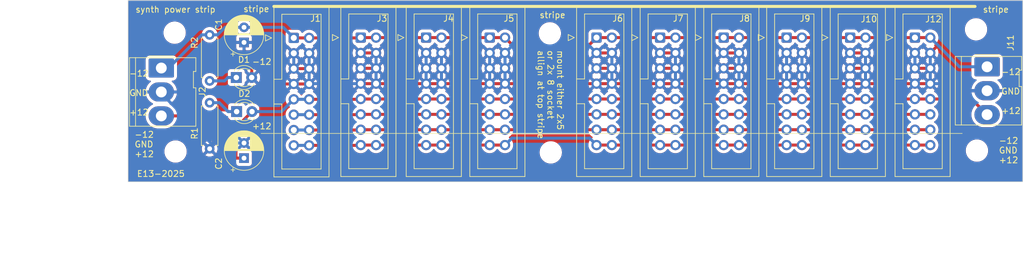
<source format=kicad_pcb>
(kicad_pcb (version 20221018) (generator pcbnew)
  (layers (0 "F.Cu" signal) (31 "B.Cu" signal) (34 "B.Paste" user) (35 "F.Paste" user) (36 "B.SilkS" user "B.Silkscreen") (37 "F.SilkS" user "F.Silkscreen") (38 "B.Mask" user) (39 "F.Mask" user) (44 "Edge.Cuts" user))
  (net 0 "")
  (net 1 "GND")
  (net 2 "-12V")
  (net 3 "+12V")
  (net 4 "Net-(D1-K)")
  (net 5 "Net-(D2-K)")
  (net 6 "Net-(J1-Pin_11)")
  (net 7 "Net-(J1-Pin_13)")
  (net 8 "Net-(J1-Pin_15)")
  (footprint "Connector_IDC:IDC-Header_2x08_P2.54mm_Vertical" (layer "F.Cu") (at 132.9436 25.146)
    (fp_text reference "J9" (at 3.0564 -3.146) (layer "F.SilkS"))
    (fp_text value "Conn_02x08_Odd_Even")
    (pad "1" thru_hole roundrect (at 0 0) (size 1.7 1.7) (drill 1) (layers "*.Cu" "*.Mask") (roundrect_rratio 0.147059) (net 2 "-12V"))
    (pad "2" thru_hole circle (at 2.54 0) (size 1.7 1.7) (drill 1) (layers "*.Cu" "*.Mask") (net 2 "-12V"))
    (pad "3" thru_hole circle (at 0 2.54) (size 1.7 1.7) (drill 1) (layers "*.Cu" "*.Mask") (net 1 "GND"))
    (pad "4" thru_hole circle (at 2.54 2.54) (size 1.7 1.7) (drill 1) (layers "*.Cu" "*.Mask") (net 1 "GND"))
    (pad "5" thru_hole circle (at 0 5.08) (size 1.7 1.7) (drill 1) (layers "*.Cu" "*.Mask") (net 1 "GND"))
    (pad "6" thru_hole circle (at 2.54 5.08) (size 1.7 1.7) (drill 1) (layers "*.Cu" "*.Mask") (net 1 "GND"))
    (pad "7" thru_hole circle (at 0 7.62) (size 1.7 1.7) (drill 1) (layers "*.Cu" "*.Mask") (net 1 "GND"))
    (pad "8" thru_hole circle (at 2.54 7.62) (size 1.7 1.7) (drill 1) (layers "*.Cu" "*.Mask") (net 1 "GND"))
    (pad "9" thru_hole circle (at 0 10.16) (size 1.7 1.7) (drill 1) (layers "*.Cu" "*.Mask") (net 3 "+12V"))
    (pad "10" thru_hole circle (at 2.54 10.16) (size 1.7 1.7) (drill 1) (layers "*.Cu" "*.Mask") (net 3 "+12V"))
    (pad "11" thru_hole circle (at 0 12.7) (size 1.7 1.7) (drill 1) (layers "*.Cu" "*.Mask") (net 6 "Net-(J1-Pin_11)"))
    (pad "12" thru_hole circle (at 2.54 12.7) (size 1.7 1.7) (drill 1) (layers "*.Cu" "*.Mask") (net 6 "Net-(J1-Pin_11)"))
    (pad "13" thru_hole circle (at 0 15.24) (size 1.7 1.7) (drill 1) (layers "*.Cu" "*.Mask") (net 7 "Net-(J1-Pin_13)"))
    (pad "14" thru_hole circle (at 2.54 15.24) (size 1.7 1.7) (drill 1) (layers "*.Cu" "*.Mask") (net 7 "Net-(J1-Pin_13)"))
    (pad "15" thru_hole circle (at 0 17.78) (size 1.7 1.7) (drill 1) (layers "*.Cu" "*.Mask") (net 8 "Net-(J1-Pin_15)"))
    (pad "16" thru_hole circle (at 2.54 17.78) (size 1.7 1.7) (drill 1) (layers "*.Cu" "*.Mask") (net 8 "Net-(J1-Pin_15)"))
  )
  (footprint "Connector_Molex:Molex_KK-396_5273-03A_1x03_P3.96mm_Vertical" (layer "F.Cu") (at 166.116 29.972 -90)
    (fp_text reference "J11" (at -3.972 -3.884 90) (layer "F.SilkS"))
    (fp_text value "power-out")
    (pad "1" thru_hole roundrect (at 0 0 270) (size 3.16 4.2) (drill 1.8) (layers "*.Cu" "*.Mask") (roundrect_rratio 0.079114) (net 2 "-12V"))
    (pad "2" thru_hole oval (at 3.96 0 270) (size 3.16 4.2) (drill 1.8) (layers "*.Cu" "*.Mask") (net 1 "GND"))
    (pad "3" thru_hole oval (at 7.92 0 270) (size 3.16 4.2) (drill 1.8) (layers "*.Cu" "*.Mask") (net 3 "+12V"))
  )
  (footprint "Connector_IDC:IDC-Header_2x08_P2.54mm_Vertical" (layer "F.Cu") (at 73.3044 25.146)
    (fp_text reference "J4" (at 3.6956 -3.146) (layer "F.SilkS"))
    (fp_text value "Conn_02x08_Odd_Even")
    (pad "1" thru_hole roundrect (at 0 0) (size 1.7 1.7) (drill 1) (layers "*.Cu" "*.Mask") (roundrect_rratio 0.147059) (net 2 "-12V"))
    (pad "2" thru_hole circle (at 2.54 0) (size 1.7 1.7) (drill 1) (layers "*.Cu" "*.Mask") (net 2 "-12V"))
    (pad "3" thru_hole circle (at 0 2.54) (size 1.7 1.7) (drill 1) (layers "*.Cu" "*.Mask") (net 1 "GND"))
    (pad "4" thru_hole circle (at 2.54 2.54) (size 1.7 1.7) (drill 1) (layers "*.Cu" "*.Mask") (net 1 "GND"))
    (pad "5" thru_hole circle (at 0 5.08) (size 1.7 1.7) (drill 1) (layers "*.Cu" "*.Mask") (net 1 "GND"))
    (pad "6" thru_hole circle (at 2.54 5.08) (size 1.7 1.7) (drill 1) (layers "*.Cu" "*.Mask") (net 1 "GND"))
    (pad "7" thru_hole circle (at 0 7.62) (size 1.7 1.7) (drill 1) (layers "*.Cu" "*.Mask") (net 1 "GND"))
    (pad "8" thru_hole circle (at 2.54 7.62) (size 1.7 1.7) (drill 1) (layers "*.Cu" "*.Mask") (net 1 "GND"))
    (pad "9" thru_hole circle (at 0 10.16) (size 1.7 1.7) (drill 1) (layers "*.Cu" "*.Mask") (net 3 "+12V"))
    (pad "10" thru_hole circle (at 2.54 10.16) (size 1.7 1.7) (drill 1) (layers "*.Cu" "*.Mask") (net 3 "+12V"))
    (pad "11" thru_hole circle (at 0 12.7) (size 1.7 1.7) (drill 1) (layers "*.Cu" "*.Mask") (net 6 "Net-(J1-Pin_11)"))
    (pad "12" thru_hole circle (at 2.54 12.7) (size 1.7 1.7) (drill 1) (layers "*.Cu" "*.Mask") (net 6 "Net-(J1-Pin_11)"))
    (pad "13" thru_hole circle (at 0 15.24) (size 1.7 1.7) (drill 1) (layers "*.Cu" "*.Mask") (net 7 "Net-(J1-Pin_13)"))
    (pad "14" thru_hole circle (at 2.54 15.24) (size 1.7 1.7) (drill 1) (layers "*.Cu" "*.Mask") (net 7 "Net-(J1-Pin_13)"))
    (pad "15" thru_hole circle (at 0 17.78) (size 1.7 1.7) (drill 1) (layers "*.Cu" "*.Mask") (net 8 "Net-(J1-Pin_15)"))
    (pad "16" thru_hole circle (at 2.54 17.78) (size 1.7 1.7) (drill 1) (layers "*.Cu" "*.Mask") (net 8 "Net-(J1-Pin_15)"))
  )
  (footprint "LED_THT:LED_D3.0mm" (layer "F.Cu") (at 41.9558 37.3888)
    (fp_text reference "D2" (at 1.27 -2.96) (layer "F.SilkS"))
    (fp_text value "LED")
    (pad "1" thru_hole rect (at 0 0) (size 1.8 1.8) (drill 0.9) (layers "*.Cu" "*.Mask") (net 5 "Net-(D2-K)"))
    (pad "2" thru_hole circle (at 2.54 0) (size 1.8 1.8) (drill 0.9) (layers "*.Cu" "*.Mask") (net 3 "+12V"))
  )
  (footprint "MountingHole:MountingHole_3.2mm_M3" (layer "F.Cu") (at 164.2872 23.7744)
    (fp_text reference "H4" hide)
    (fp_text value "MountingHole")
    (pad "" np_thru_hole circle (at 0 0) (size 3.2 3.2) (drill 3.2) (layers "*.Cu" "*.Mask"))
  )
  (footprint "MountingHole:MountingHole_3.2mm_M3" (layer "F.Cu") (at 93.9292 44.1452)
    (fp_text reference "H3" hide)
    (fp_text value "MountingHole")
    (pad "" np_thru_hole circle (at 0 0) (size 3.2 3.2) (drill 3.2) (layers "*.Cu" "*.Mask"))
  )
  (footprint "Connector_IDC:IDC-Header_2x08_P2.54mm_Vertical" (layer "F.Cu") (at 122.5296 25.146)
    (fp_text reference "J8" (at 3.4704 -3.146) (layer "F.SilkS"))
    (fp_text value "Conn_02x08_Odd_Even")
    (pad "1" thru_hole roundrect (at 0 0) (size 1.7 1.7) (drill 1) (layers "*.Cu" "*.Mask") (roundrect_rratio 0.147059) (net 2 "-12V"))
    (pad "2" thru_hole circle (at 2.54 0) (size 1.7 1.7) (drill 1) (layers "*.Cu" "*.Mask") (net 2 "-12V"))
    (pad "3" thru_hole circle (at 0 2.54) (size 1.7 1.7) (drill 1) (layers "*.Cu" "*.Mask") (net 1 "GND"))
    (pad "4" thru_hole circle (at 2.54 2.54) (size 1.7 1.7) (drill 1) (layers "*.Cu" "*.Mask") (net 1 "GND"))
    (pad "5" thru_hole circle (at 0 5.08) (size 1.7 1.7) (drill 1) (layers "*.Cu" "*.Mask") (net 1 "GND"))
    (pad "6" thru_hole circle (at 2.54 5.08) (size 1.7 1.7) (drill 1) (layers "*.Cu" "*.Mask") (net 1 "GND"))
    (pad "7" thru_hole circle (at 0 7.62) (size 1.7 1.7) (drill 1) (layers "*.Cu" "*.Mask") (net 1 "GND"))
    (pad "8" thru_hole circle (at 2.54 7.62) (size 1.7 1.7) (drill 1) (layers "*.Cu" "*.Mask") (net 1 "GND"))
    (pad "9" thru_hole circle (at 0 10.16) (size 1.7 1.7) (drill 1) (layers "*.Cu" "*.Mask") (net 3 "+12V"))
    (pad "10" thru_hole circle (at 2.54 10.16) (size 1.7 1.7) (drill 1) (layers "*.Cu" "*.Mask") (net 3 "+12V"))
    (pad "11" thru_hole circle (at 0 12.7) (size 1.7 1.7) (drill 1) (layers "*.Cu" "*.Mask") (net 6 "Net-(J1-Pin_11)"))
    (pad "12" thru_hole circle (at 2.54 12.7) (size 1.7 1.7) (drill 1) (layers "*.Cu" "*.Mask") (net 6 "Net-(J1-Pin_11)"))
    (pad "13" thru_hole circle (at 0 15.24) (size 1.7 1.7) (drill 1) (layers "*.Cu" "*.Mask") (net 7 "Net-(J1-Pin_13)"))
    (pad "14" thru_hole circle (at 2.54 15.24) (size 1.7 1.7) (drill 1) (layers "*.Cu" "*.Mask") (net 7 "Net-(J1-Pin_13)"))
    (pad "15" thru_hole circle (at 0 17.78) (size 1.7 1.7) (drill 1) (layers "*.Cu" "*.Mask") (net 8 "Net-(J1-Pin_15)"))
    (pad "16" thru_hole circle (at 2.54 17.78) (size 1.7 1.7) (drill 1) (layers "*.Cu" "*.Mask") (net 8 "Net-(J1-Pin_15)"))
  )
  (footprint "MountingHole:MountingHole_3.2mm_M3" (layer "F.Cu") (at 31.6992 24.3332)
    (fp_text reference "H1" hide)
    (fp_text value "MountingHole")
    (pad "" np_thru_hole circle (at 0 0) (size 3.2 3.2) (drill 3.2) (layers "*.Cu" "*.Mask"))
  )
  (footprint "MountingHole:MountingHole_3.2mm_M3" (layer "F.Cu") (at 164.4396 43.8404)
    (fp_text reference "H6" hide)
    (fp_text value "MountingHole")
    (pad "" np_thru_hole circle (at 0 0) (size 3.2 3.2) (drill 3.2) (layers "*.Cu" "*.Mask"))
  )
  (footprint "LED_THT:LED_D3.0mm" (layer "F.Cu") (at 41.905 31.75)
    (fp_text reference "D1" (at 1.27 -2.96) (layer "F.SilkS"))
    (fp_text value "LED")
    (pad "1" thru_hole rect (at 0 0) (size 1.8 1.8) (drill 0.9) (layers "*.Cu" "*.Mask") (net 4 "Net-(D1-K)"))
    (pad "2" thru_hole circle (at 2.54 0) (size 1.8 1.8) (drill 0.9) (layers "*.Cu" "*.Mask") (net 1 "GND"))
  )
  (footprint "MountingHole:MountingHole_3.2mm_M3" (layer "F.Cu") (at 93.7768 24.4348)
    (fp_text reference "H5" hide)
    (fp_text value "MountingHole")
    (pad "" np_thru_hole circle (at 0 0) (size 3.2 3.2) (drill 3.2) (layers "*.Cu" "*.Mask"))
  )
  (footprint "Connector_IDC:IDC-Header_2x08_P2.54mm_Vertical" (layer "F.Cu") (at 62.484 25.146)
    (fp_text reference "J3" (at 3.516 -3.146) (layer "F.SilkS"))
    (fp_text value "Conn_02x08_Odd_Even")
    (pad "1" thru_hole roundrect (at 0 0) (size 1.7 1.7) (drill 1) (layers "*.Cu" "*.Mask") (roundrect_rratio 0.147059) (net 2 "-12V"))
    (pad "2" thru_hole circle (at 2.54 0) (size 1.7 1.7) (drill 1) (layers "*.Cu" "*.Mask") (net 2 "-12V"))
    (pad "3" thru_hole circle (at 0 2.54) (size 1.7 1.7) (drill 1) (layers "*.Cu" "*.Mask") (net 1 "GND"))
    (pad "4" thru_hole circle (at 2.54 2.54) (size 1.7 1.7) (drill 1) (layers "*.Cu" "*.Mask") (net 1 "GND"))
    (pad "5" thru_hole circle (at 0 5.08) (size 1.7 1.7) (drill 1) (layers "*.Cu" "*.Mask") (net 1 "GND"))
    (pad "6" thru_hole circle (at 2.54 5.08) (size 1.7 1.7) (drill 1) (layers "*.Cu" "*.Mask") (net 1 "GND"))
    (pad "7" thru_hole circle (at 0 7.62) (size 1.7 1.7) (drill 1) (layers "*.Cu" "*.Mask") (net 1 "GND"))
    (pad "8" thru_hole circle (at 2.54 7.62) (size 1.7 1.7) (drill 1) (layers "*.Cu" "*.Mask") (net 1 "GND"))
    (pad "9" thru_hole circle (at 0 10.16) (size 1.7 1.7) (drill 1) (layers "*.Cu" "*.Mask") (net 3 "+12V"))
    (pad "10" thru_hole circle (at 2.54 10.16) (size 1.7 1.7) (drill 1) (layers "*.Cu" "*.Mask") (net 3 "+12V"))
    (pad "11" thru_hole circle (at 0 12.7) (size 1.7 1.7) (drill 1) (layers "*.Cu" "*.Mask") (net 6 "Net-(J1-Pin_11)"))
    (pad "12" thru_hole circle (at 2.54 12.7) (size 1.7 1.7) (drill 1) (layers "*.Cu" "*.Mask") (net 6 "Net-(J1-Pin_11)"))
    (pad "13" thru_hole circle (at 0 15.24) (size 1.7 1.7) (drill 1) (layers "*.Cu" "*.Mask") (net 7 "Net-(J1-Pin_13)"))
    (pad "14" thru_hole circle (at 2.54 15.24) (size 1.7 1.7) (drill 1) (layers "*.Cu" "*.Mask") (net 7 "Net-(J1-Pin_13)"))
    (pad "15" thru_hole circle (at 0 17.78) (size 1.7 1.7) (drill 1) (layers "*.Cu" "*.Mask") (net 8 "Net-(J1-Pin_15)"))
    (pad "16" thru_hole circle (at 2.54 17.78) (size 1.7 1.7) (drill 1) (layers "*.Cu" "*.Mask") (net 8 "Net-(J1-Pin_15)"))
  )
  (footprint "Connector_IDC:IDC-Header_2x08_P2.54mm_Vertical" (layer "F.Cu") (at 51.4096 25.1968)
    (fp_text reference "J1" (at 3.5904 -3.1968) (layer "F.SilkS"))
    (fp_text value "Conn_02x08_Odd_Even")
    (pad "1" thru_hole roundrect (at 0 0) (size 1.7 1.7) (drill 1) (layers "*.Cu" "*.Mask") (roundrect_rratio 0.147059) (net 2 "-12V"))
    (pad "2" thru_hole circle (at 2.54 0) (size 1.7 1.7) (drill 1) (layers "*.Cu" "*.Mask") (net 2 "-12V"))
    (pad "3" thru_hole circle (at 0 2.54) (size 1.7 1.7) (drill 1) (layers "*.Cu" "*.Mask") (net 1 "GND"))
    (pad "4" thru_hole circle (at 2.54 2.54) (size 1.7 1.7) (drill 1) (layers "*.Cu" "*.Mask") (net 1 "GND"))
    (pad "5" thru_hole circle (at 0 5.08) (size 1.7 1.7) (drill 1) (layers "*.Cu" "*.Mask") (net 1 "GND"))
    (pad "6" thru_hole circle (at 2.54 5.08) (size 1.7 1.7) (drill 1) (layers "*.Cu" "*.Mask") (net 1 "GND"))
    (pad "7" thru_hole circle (at 0 7.62) (size 1.7 1.7) (drill 1) (layers "*.Cu" "*.Mask") (net 1 "GND"))
    (pad "8" thru_hole circle (at 2.54 7.62) (size 1.7 1.7) (drill 1) (layers "*.Cu" "*.Mask") (net 1 "GND"))
    (pad "9" thru_hole circle (at 0 10.16) (size 1.7 1.7) (drill 1) (layers "*.Cu" "*.Mask") (net 3 "+12V"))
    (pad "10" thru_hole circle (at 2.54 10.16) (size 1.7 1.7) (drill 1) (layers "*.Cu" "*.Mask") (net 3 "+12V"))
    (pad "11" thru_hole circle (at 0 12.7) (size 1.7 1.7) (drill 1) (layers "*.Cu" "*.Mask") (net 6 "Net-(J1-Pin_11)"))
    (pad "12" thru_hole circle (at 2.54 12.7) (size 1.7 1.7) (drill 1) (layers "*.Cu" "*.Mask") (net 6 "Net-(J1-Pin_11)"))
    (pad "13" thru_hole circle (at 0 15.24) (size 1.7 1.7) (drill 1) (layers "*.Cu" "*.Mask") (net 7 "Net-(J1-Pin_13)"))
    (pad "14" thru_hole circle (at 2.54 15.24) (size 1.7 1.7) (drill 1) (layers "*.Cu" "*.Mask") (net 7 "Net-(J1-Pin_13)"))
    (pad "15" thru_hole circle (at 0 17.78) (size 1.7 1.7) (drill 1) (layers "*.Cu" "*.Mask") (net 8 "Net-(J1-Pin_15)"))
    (pad "16" thru_hole circle (at 2.54 17.78) (size 1.7 1.7) (drill 1) (layers "*.Cu" "*.Mask") (net 8 "Net-(J1-Pin_15)"))
  )
  (footprint "Connector_IDC:IDC-Header_2x08_P2.54mm_Vertical" (layer "F.Cu") (at 154.178 25.146)
    (fp_text reference "J12" (at 3.048 -3.048) (layer "F.SilkS"))
    (fp_text value "Conn_02x08_Odd_Even")
    (pad "1" thru_hole roundrect (at 0 0) (size 1.7 1.7) (drill 1) (layers "*.Cu" "*.Mask") (roundrect_rratio 0.147059) (net 2 "-12V"))
    (pad "2" thru_hole circle (at 2.54 0) (size 1.7 1.7) (drill 1) (layers "*.Cu" "*.Mask") (net 2 "-12V"))
    (pad "3" thru_hole circle (at 0 2.54) (size 1.7 1.7) (drill 1) (layers "*.Cu" "*.Mask") (net 1 "GND"))
    (pad "4" thru_hole circle (at 2.54 2.54) (size 1.7 1.7) (drill 1) (layers "*.Cu" "*.Mask") (net 1 "GND"))
    (pad "5" thru_hole circle (at 0 5.08) (size 1.7 1.7) (drill 1) (layers "*.Cu" "*.Mask") (net 1 "GND"))
    (pad "6" thru_hole circle (at 2.54 5.08) (size 1.7 1.7) (drill 1) (layers "*.Cu" "*.Mask") (net 1 "GND"))
    (pad "7" thru_hole circle (at 0 7.62) (size 1.7 1.7) (drill 1) (layers "*.Cu" "*.Mask") (net 1 "GND"))
    (pad "8" thru_hole circle (at 2.54 7.62) (size 1.7 1.7) (drill 1) (layers "*.Cu" "*.Mask") (net 1 "GND"))
    (pad "9" thru_hole circle (at 0 10.16) (size 1.7 1.7) (drill 1) (layers "*.Cu" "*.Mask") (net 3 "+12V"))
    (pad "10" thru_hole circle (at 2.54 10.16) (size 1.7 1.7) (drill 1) (layers "*.Cu" "*.Mask") (net 3 "+12V"))
    (pad "11" thru_hole circle (at 0 12.7) (size 1.7 1.7) (drill 1) (layers "*.Cu" "*.Mask") (net 6 "Net-(J1-Pin_11)"))
    (pad "12" thru_hole circle (at 2.54 12.7) (size 1.7 1.7) (drill 1) (layers "*.Cu" "*.Mask") (net 6 "Net-(J1-Pin_11)"))
    (pad "13" thru_hole circle (at 0 15.24) (size 1.7 1.7) (drill 1) (layers "*.Cu" "*.Mask") (net 7 "Net-(J1-Pin_13)"))
    (pad "14" thru_hole circle (at 2.54 15.24) (size 1.7 1.7) (drill 1) (layers "*.Cu" "*.Mask") (net 7 "Net-(J1-Pin_13)"))
    (pad "15" thru_hole circle (at 0 17.78) (size 1.7 1.7) (drill 1) (layers "*.Cu" "*.Mask") (net 8 "Net-(J1-Pin_15)"))
    (pad "16" thru_hole circle (at 2.54 17.78) (size 1.7 1.7) (drill 1) (layers "*.Cu" "*.Mask") (net 8 "Net-(J1-Pin_15)"))
  )
  (footprint "Connector_IDC:IDC-Header_2x08_P2.54mm_Vertical" (layer "F.Cu") (at 112.014 25.146)
    (fp_text reference "J7" (at 2.986 -3.146) (layer "F.SilkS"))
    (fp_text value "Conn_02x08_Odd_Even")
    (pad "1" thru_hole roundrect (at 0 0) (size 1.7 1.7) (drill 1) (layers "*.Cu" "*.Mask") (roundrect_rratio 0.147059) (net 2 "-12V"))
    (pad "2" thru_hole circle (at 2.54 0) (size 1.7 1.7) (drill 1) (layers "*.Cu" "*.Mask") (net 2 "-12V"))
    (pad "3" thru_hole circle (at 0 2.54) (size 1.7 1.7) (drill 1) (layers "*.Cu" "*.Mask") (net 1 "GND"))
    (pad "4" thru_hole circle (at 2.54 2.54) (size 1.7 1.7) (drill 1) (layers "*.Cu" "*.Mask") (net 1 "GND"))
    (pad "5" thru_hole circle (at 0 5.08) (size 1.7 1.7) (drill 1) (layers "*.Cu" "*.Mask") (net 1 "GND"))
    (pad "6" thru_hole circle (at 2.54 5.08) (size 1.7 1.7) (drill 1) (layers "*.Cu" "*.Mask") (net 1 "GND"))
    (pad "7" thru_hole circle (at 0 7.62) (size 1.7 1.7) (drill 1) (layers "*.Cu" "*.Mask") (net 1 "GND"))
    (pad "8" thru_hole circle (at 2.54 7.62) (size 1.7 1.7) (drill 1) (layers "*.Cu" "*.Mask") (net 1 "GND"))
    (pad "9" thru_hole circle (at 0 10.16) (size 1.7 1.7) (drill 1) (layers "*.Cu" "*.Mask") (net 3 "+12V"))
    (pad "10" thru_hole circle (at 2.54 10.16) (size 1.7 1.7) (drill 1) (layers "*.Cu" "*.Mask") (net 3 "+12V"))
    (pad "11" thru_hole circle (at 0 12.7) (size 1.7 1.7) (drill 1) (layers "*.Cu" "*.Mask") (net 6 "Net-(J1-Pin_11)"))
    (pad "12" thru_hole circle (at 2.54 12.7) (size 1.7 1.7) (drill 1) (layers "*.Cu" "*.Mask") (net 6 "Net-(J1-Pin_11)"))
    (pad "13" thru_hole circle (at 0 15.24) (size 1.7 1.7) (drill 1) (layers "*.Cu" "*.Mask") (net 7 "Net-(J1-Pin_13)"))
    (pad "14" thru_hole circle (at 2.54 15.24) (size 1.7 1.7) (drill 1) (layers "*.Cu" "*.Mask") (net 7 "Net-(J1-Pin_13)"))
    (pad "15" thru_hole circle (at 0 17.78) (size 1.7 1.7) (drill 1) (layers "*.Cu" "*.Mask") (net 8 "Net-(J1-Pin_15)"))
    (pad "16" thru_hole circle (at 2.54 17.78) (size 1.7 1.7) (drill 1) (layers "*.Cu" "*.Mask") (net 8 "Net-(J1-Pin_15)"))
  )
  (footprint "Resistor_THT:R_Axial_DIN0207_L6.3mm_D2.5mm_P7.62mm_Horizontal" (layer "F.Cu") (at 37.4904 43.5356 90)
    (fp_text reference "R1" (at 2.5356 -2.4904 90) (layer "F.SilkS"))
    (fp_text value "1k")
    (pad "1" thru_hole circle (at 0 0 90) (size 1.6 1.6) (drill 0.8) (layers "*.Cu" "*.Mask") (net 1 "GND"))
    (pad "2" thru_hole oval (at 7.62 0 90) (size 1.6 1.6) (drill 0.8) (layers "*.Cu" "*.Mask") (net 5 "Net-(D2-K)"))
  )
  (footprint "Capacitor_THT:CP_Radial_D6.3mm_P2.50mm" (layer "F.Cu") (at 43.18 45.085 90)
    (fp_text reference "C2" (at -0.915 -4.18 90) (layer "F.SilkS"))
    (fp_text value "100uF")
    (pad "1" thru_hole rect (at 0 0 90) (size 1.6 1.6) (drill 0.8) (layers "*.Cu" "*.Mask") (net 3 "+12V"))
    (pad "2" thru_hole circle (at 2.5 0 90) (size 1.6 1.6) (drill 0.8) (layers "*.Cu" "*.Mask") (net 1 "GND"))
  )
  (footprint "Connector_IDC:IDC-Header_2x08_P2.54mm_Vertical" (layer "F.Cu") (at 83.82 25.146)
    (fp_text reference "J5" (at 3.18 -3.146) (layer "F.SilkS"))
    (fp_text value "Conn_02x08_Odd_Even")
    (pad "1" thru_hole roundrect (at 0 0) (size 1.7 1.7) (drill 1) (layers "*.Cu" "*.Mask") (roundrect_rratio 0.147059) (net 2 "-12V"))
    (pad "2" thru_hole circle (at 2.54 0) (size 1.7 1.7) (drill 1) (layers "*.Cu" "*.Mask") (net 2 "-12V"))
    (pad "3" thru_hole circle (at 0 2.54) (size 1.7 1.7) (drill 1) (layers "*.Cu" "*.Mask") (net 1 "GND"))
    (pad "4" thru_hole circle (at 2.54 2.54) (size 1.7 1.7) (drill 1) (layers "*.Cu" "*.Mask") (net 1 "GND"))
    (pad "5" thru_hole circle (at 0 5.08) (size 1.7 1.7) (drill 1) (layers "*.Cu" "*.Mask") (net 1 "GND"))
    (pad "6" thru_hole circle (at 2.54 5.08) (size 1.7 1.7) (drill 1) (layers "*.Cu" "*.Mask") (net 1 "GND"))
    (pad "7" thru_hole circle (at 0 7.62) (size 1.7 1.7) (drill 1) (layers "*.Cu" "*.Mask") (net 1 "GND"))
    (pad "8" thru_hole circle (at 2.54 7.62) (size 1.7 1.7) (drill 1) (layers "*.Cu" "*.Mask") (net 1 "GND"))
    (pad "9" thru_hole circle (at 0 10.16) (size 1.7 1.7) (drill 1) (layers "*.Cu" "*.Mask") (net 3 "+12V"))
    (pad "10" thru_hole circle (at 2.54 10.16) (size 1.7 1.7) (drill 1) (layers "*.Cu" "*.Mask") (net 3 "+12V"))
    (pad "11" thru_hole circle (at 0 12.7) (size 1.7 1.7) (drill 1) (layers "*.Cu" "*.Mask") (net 6 "Net-(J1-Pin_11)"))
    (pad "12" thru_hole circle (at 2.54 12.7) (size 1.7 1.7) (drill 1) (layers "*.Cu" "*.Mask") (net 6 "Net-(J1-Pin_11)"))
    (pad "13" thru_hole circle (at 0 15.24) (size 1.7 1.7) (drill 1) (layers "*.Cu" "*.Mask") (net 7 "Net-(J1-Pin_13)"))
    (pad "14" thru_hole circle (at 2.54 15.24) (size 1.7 1.7) (drill 1) (layers "*.Cu" "*.Mask") (net 7 "Net-(J1-Pin_13)"))
    (pad "15" thru_hole circle (at 0 17.78) (size 1.7 1.7) (drill 1) (layers "*.Cu" "*.Mask") (net 8 "Net-(J1-Pin_15)"))
    (pad "16" thru_hole circle (at 2.54 17.78) (size 1.7 1.7) (drill 1) (layers "*.Cu" "*.Mask") (net 8 "Net-(J1-Pin_15)"))
  )
  (footprint "Connector_IDC:IDC-Header_2x08_P2.54mm_Vertical" (layer "F.Cu") (at 101.4984 25.146)
    (fp_text reference "J6" (at 3.5016 -3.146) (layer "F.SilkS"))
    (fp_text value "Conn_02x08_Odd_Even")
    (pad "1" thru_hole roundrect (at 0 0) (size 1.7 1.7) (drill 1) (layers "*.Cu" "*.Mask") (roundrect_rratio 0.147059) (net 2 "-12V"))
    (pad "2" thru_hole circle (at 2.54 0) (size 1.7 1.7) (drill 1) (layers "*.Cu" "*.Mask") (net 2 "-12V"))
    (pad "3" thru_hole circle (at 0 2.54) (size 1.7 1.7) (drill 1) (layers "*.Cu" "*.Mask") (net 1 "GND"))
    (pad "4" thru_hole circle (at 2.54 2.54) (size 1.7 1.7) (drill 1) (layers "*.Cu" "*.Mask") (net 1 "GND"))
    (pad "5" thru_hole circle (at 0 5.08) (size 1.7 1.7) (drill 1) (layers "*.Cu" "*.Mask") (net 1 "GND"))
    (pad "6" thru_hole circle (at 2.54 5.08) (size 1.7 1.7) (drill 1) (layers "*.Cu" "*.Mask") (net 1 "GND"))
    (pad "7" thru_hole circle (at 0 7.62) (size 1.7 1.7) (drill 1) (layers "*.Cu" "*.Mask") (net 1 "GND"))
    (pad "8" thru_hole circle (at 2.54 7.62) (size 1.7 1.7) (drill 1) (layers "*.Cu" "*.Mask") (net 1 "GND"))
    (pad "9" thru_hole circle (at 0 10.16) (size 1.7 1.7) (drill 1) (layers "*.Cu" "*.Mask") (net 3 "+12V"))
    (pad "10" thru_hole circle (at 2.54 10.16) (size 1.7 1.7) (drill 1) (layers "*.Cu" "*.Mask") (net 3 "+12V"))
    (pad "11" thru_hole circle (at 0 12.7) (size 1.7 1.7) (drill 1) (layers "*.Cu" "*.Mask") (net 6 "Net-(J1-Pin_11)"))
    (pad "12" thru_hole circle (at 2.54 12.7) (size 1.7 1.7) (drill 1) (layers "*.Cu" "*.Mask") (net 6 "Net-(J1-Pin_11)"))
    (pad "13" thru_hole circle (at 0 15.24) (size 1.7 1.7) (drill 1) (layers "*.Cu" "*.Mask") (net 7 "Net-(J1-Pin_13)"))
    (pad "14" thru_hole circle (at 2.54 15.24) (size 1.7 1.7) (drill 1) (layers "*.Cu" "*.Mask") (net 7 "Net-(J1-Pin_13)"))
    (pad "15" thru_hole circle (at 0 17.78) (size 1.7 1.7) (drill 1) (layers "*.Cu" "*.Mask") (net 8 "Net-(J1-Pin_15)"))
    (pad "16" thru_hole circle (at 2.54 17.78) (size 1.7 1.7) (drill 1) (layers "*.Cu" "*.Mask") (net 8 "Net-(J1-Pin_15)"))
  )
  (footprint "Connector_IDC:IDC-Header_2x08_P2.54mm_Vertical" (layer "F.Cu") (at 143.4592 25.146)
    (fp_text reference "J10" (at 3.0988 -3.048) (layer "F.SilkS"))
    (fp_text value "Conn_02x08_Odd_Even")
    (pad "1" thru_hole roundrect (at 0 0) (size 1.7 1.7) (drill 1) (layers "*.Cu" "*.Mask") (roundrect_rratio 0.147059) (net 2 "-12V"))
    (pad "2" thru_hole circle (at 2.54 0) (size 1.7 1.7) (drill 1) (layers "*.Cu" "*.Mask") (net 2 "-12V"))
    (pad "3" thru_hole circle (at 0 2.54) (size 1.7 1.7) (drill 1) (layers "*.Cu" "*.Mask") (net 1 "GND"))
    (pad "4" thru_hole circle (at 2.54 2.54) (size 1.7 1.7) (drill 1) (layers "*.Cu" "*.Mask") (net 1 "GND"))
    (pad "5" thru_hole circle (at 0 5.08) (size 1.7 1.7) (drill 1) (layers "*.Cu" "*.Mask") (net 1 "GND"))
    (pad "6" thru_hole circle (at 2.54 5.08) (size 1.7 1.7) (drill 1) (layers "*.Cu" "*.Mask") (net 1 "GND"))
    (pad "7" thru_hole circle (at 0 7.62) (size 1.7 1.7) (drill 1) (layers "*.Cu" "*.Mask") (net 1 "GND"))
    (pad "8" thru_hole circle (at 2.54 7.62) (size 1.7 1.7) (drill 1) (layers "*.Cu" "*.Mask") (net 1 "GND"))
    (pad "9" thru_hole circle (at 0 10.16) (size 1.7 1.7) (drill 1) (layers "*.Cu" "*.Mask") (net 3 "+12V"))
    (pad "10" thru_hole circle (at 2.54 10.16) (size 1.7 1.7) (drill 1) (layers "*.Cu" "*.Mask") (net 3 "+12V"))
    (pad "11" thru_hole circle (at 0 12.7) (size 1.7 1.7) (drill 1) (layers "*.Cu" "*.Mask") (net 6 "Net-(J1-Pin_11)"))
    (pad "12" thru_hole circle (at 2.54 12.7) (size 1.7 1.7) (drill 1) (layers "*.Cu" "*.Mask") (net 6 "Net-(J1-Pin_11)"))
    (pad "13" thru_hole circle (at 0 15.24) (size 1.7 1.7) (drill 1) (layers "*.Cu" "*.Mask") (net 7 "Net-(J1-Pin_13)"))
    (pad "14" thru_hole circle (at 2.54 15.24) (size 1.7 1.7) (drill 1) (layers "*.Cu" "*.Mask") (net 7 "Net-(J1-Pin_13)"))
    (pad "15" thru_hole circle (at 0 17.78) (size 1.7 1.7) (drill 1) (layers "*.Cu" "*.Mask") (net 8 "Net-(J1-Pin_15)"))
    (pad "16" thru_hole circle (at 2.54 17.78) (size 1.7 1.7) (drill 1) (layers "*.Cu" "*.Mask") (net 8 "Net-(J1-Pin_15)"))
  )
  (footprint "Capacitor_THT:CP_Radial_D6.3mm_P2.50mm" (layer "F.Cu") (at 43.18 25.9474 90)
    (fp_text reference "C1" (at 2.9474 -4.18 90) (layer "F.SilkS"))
    (fp_text value "100uF")
    (pad "1" thru_hole rect (at 0 0 90) (size 1.6 1.6) (drill 0.8) (layers "*.Cu" "*.Mask") (net 1 "GND"))
    (pad "2" thru_hole circle (at 2.5 0 90) (size 1.6 1.6) (drill 0.8) (layers "*.Cu" "*.Mask") (net 2 "-12V"))
  )
  (footprint "MountingHole:MountingHole_3.2mm_M3" (layer "F.Cu") (at 31.8516 43.9928)
    (fp_text reference "H2" hide)
    (fp_text value "MountingHole")
    (pad "" np_thru_hole circle (at 0 0) (size 3.2 3.2) (drill 3.2) (layers "*.Cu" "*.Mask"))
  )
  (footprint "Resistor_THT:R_Axial_DIN0207_L6.3mm_D2.5mm_P7.62mm_Horizontal" (layer "F.Cu") (at 37.4904 32.3088 90)
    (fp_text reference "R2" (at 6.3088 -2.4904 90) (layer "F.SilkS"))
    (fp_text value "1k")
    (pad "1" thru_hole circle (at 0 0 90) (size 1.6 1.6) (drill 0.8) (layers "*.Cu" "*.Mask") (net 4 "Net-(D1-K)"))
    (pad "2" thru_hole oval (at 7.62 0 90) (size 1.6 1.6) (drill 0.8) (layers "*.Cu" "*.Mask") (net 2 "-12V"))
  )
  (footprint "Connector_Molex:Molex_KK-396_5273-03A_1x03_P3.96mm_Vertical" (layer "F.Cu") (at 29.493 30.18 -90)
    (fp_text reference "J2" (at 3.96 -6.8 90) (layer "F.SilkS"))
    (fp_text value "power-in")
    (pad "1" thru_hole roundrect (at 0 0 270) (size 3.16 4.2) (drill 1.8) (layers "*.Cu" "*.Mask") (roundrect_rratio 0.079114) (net 2 "-12V"))
    (pad "2" thru_hole oval (at 3.96 0 270) (size 3.16 4.2) (drill 1.8) (layers "*.Cu" "*.Mask") (net 1 "GND"))
    (pad "3" thru_hole oval (at 7.92 0 270) (size 3.16 4.2) (drill 1.8) (layers "*.Cu" "*.Mask") (net 3 "+12V"))
  )
  (gr_line (start 48.1196 19.9868) (end 164.1196 19.9868) (stroke (width 0.5)) (layer "F.SilkS"))
  (gr_line (start 46 41) (end 162 41) (stroke (width 0.1)) (layer "F.SilkS"))
  (gr_rect (start 24 19) (end 172 49) (stroke (width 0.1)) (fill none) (layer "Edge.Cuts"))
  (gr_text "-12\n\nGND\n\n+12" (at 24.13 38.1) (layer "F.SilkS") (effects (font (size 1 1)) (justify left bottom)))
  (gr_text "-12" (at 44.45 29.718) (layer "F.SilkS") (effects (font (size 1 1)) (justify left bottom)))
  (gr_text "E13-2025" (at 25.4 48.26) (layer "F.SilkS") (effects (font (size 1 1)) (justify left bottom)))
  (gr_text "mount either 2x5\nor 2x 8 socket\nallign at top stripe" (at 91.694 27.178 -90) (layer "F.SilkS") (effects (font (size 1 1)) (justify left bottom)))
  (gr_text "-12\n\nGND\n\n+12" (at 168.402 37.846) (layer "F.SilkS") (effects (font (size 1 1)) (justify left bottom)))
  (gr_text "stripe" (at 43 21) (layer "F.SilkS") (effects (font (size 1 1)) (justify left bottom)))
  (gr_text "stripe\n" (at 92 22) (layer "F.SilkS") (effects (font (size 1 1)) (justify left bottom)))
  (gr_text "-12\nGND\n+12" (at 168 46) (layer "F.SilkS") (effects (font (size 1 1)) (justify left bottom)))
  (gr_text "stripe" (at 165.354 21.082) (layer "F.SilkS") (effects (font (size 1 1)) (justify left bottom)))
  (gr_text "synth power strip" (at 25.146 21.082) (layer "F.SilkS") (effects (font (size 1 1)) (justify left bottom)))
  (gr_text "+12" (at 44.45 40.386) (layer "F.SilkS") (effects (font (size 1 1)) (justify left bottom)))
  (gr_text "-12\nGND\n+12" (at 25 45) (layer "F.SilkS") (effects (font (size 1 1)) (justify left bottom)))
  (segment (start 53.9496 30.2768) (end 51.4096 30.2768) (width 0.5) (layer "F.Cu") (net 1))
  (segment (start 122.5296 32.766) (end 125.0696 32.766) (width 0.5) (layer "F.Cu") (net 1))
  (segment (start 125.0696 32.766) (end 132.9436 32.766) (width 0.5) (layer "F.Cu") (net 1))
  (segment (start 44.445 31.75) (end 45.9477 33.2527) (width 0.5) (layer "F.Cu") (net 1))
  (segment (start 83.82 32.766) (end 86.36 32.766) (width 0.5) (layer "F.Cu") (net 1))
  (segment (start 51.4096 32.8168) (end 46.3836 32.8168) (width 0.5) (layer "F.Cu") (net 1))
  (segment (start 44.445 28.5143) (end 44.445 31.75) (width 0.5) (layer "F.Cu") (net 1))
  (segment (start 43.18 27.2493) (end 44.445 28.5143) (width 0.5) (layer "F.Cu") (net 1))
  (segment (start 65.024 30.226) (end 62.484 30.226) (width 0.5) (layer "F.Cu") (net 1))
  (segment (start 114.554 32.766) (end 122.5296 32.766) (width 0.5) (layer "F.Cu") (net 1))
  (segment (start 53.9496 32.8168) (end 51.4096 32.8168) (width 0.5) (layer "F.Cu") (net 1))
  (segment (start 114.554 30.226) (end 112.014 30.226) (width 0.5) (layer "F.Cu") (net 1))
  (segment (start 143.4592 32.766) (end 135.4836 32.766) (width 0.5) (layer "F.Cu") (net 1))
  (segment (start 45.9477 39.8173) (end 43.18 42.585) (width 0.5) (layer "F.Cu") (net 1))
  (segment (start 104.0384 30.226) (end 101.4984 30.226) (width 0.5) (layer "F.Cu") (net 1))
  (segment (start 43.18 25.9474) (end 43.18 27.2493) (width 0.5) (layer "F.Cu") (net 1))
  (segment (start 75.8444 32.766) (end 73.3044 32.766) (width 0.5) (layer "F.Cu") (net 1))
  (segment (start 104.0384 32.766) (end 112.014 32.766) (width 0.5) (layer "F.Cu") (net 1))
  (segment (start 86.36 32.766) (end 101.4984 32.766) (width 0.5) (layer "F.Cu") (net 1))
  (segment (start 145.9992 30.226) (end 143.4592 30.226) (width 0.5) (layer "F.Cu") (net 1))
  (segment (start 83.82 32.766) (end 75.8444 32.766) (width 0.5) (layer "F.Cu") (net 1))
  (segment (start 145.9992 32.766) (end 143.4592 32.766) (width 0.5) (layer "F.Cu") (net 1))
  (segment (start 125.0696 27.686) (end 122.5296 27.686) (width 0.5) (layer "F.Cu") (net 1))
  (segment (start 154.178 32.766) (end 145.9992 32.766) (width 0.5) (layer "F.Cu") (net 1))
  (segment (start 156.718 30.226) (end 154.178 30.226) (width 0.5) (layer "F.Cu") (net 1))
  (segment (start 46.3836 32.8168) (end 45.9477 33.2527) (width 0.5) (layer "F.Cu") (net 1))
  (segment (start 65.024 32.766) (end 73.3044 32.766) (width 0.5) (layer "F.Cu") (net 1))
  (segment (start 114.554 27.686) (end 112.014 27.686) (width 0.5) (layer "F.Cu") (net 1))
  (segment (start 156.718 32.766) (end 154.178 32.766) (width 0.5) (layer "F.Cu") (net 1))
  (segment (start 125.0696 30.226) (end 122.5296 30.226) (width 0.5) (layer "F.Cu") (net 1))
  (segment (start 112.014 32.766) (end 114.554 32.766) (width 0.5) (layer "F.Cu") (net 1))
  (segment (start 65.024 27.686) (end 62.484 27.686) (width 0.5) (layer "F.Cu") (net 1))
  (segment (start 145.9992 27.686) (end 143.4592 27.686) (width 0.5) (layer "F.Cu") (net 1))
  (segment (start 45.9477 33.2527) (end 45.9477 39.8173) (width 0.5) (layer "F.Cu") (net 1))
  (segment (start 101.4984 32.766) (end 104.0384 32.766) (width 0.5) (layer "F.Cu") (net 1))
  (segment (start 104.0384 27.686) (end 101.4984 27.686) (width 0.5) (layer "F.Cu") (net 1))
  (segment (start 62.484 32.766) (end 65.024 32.766) (width 0.5) (layer "F.Cu") (net 1))
  (segment (start 135.4836 32.766) (end 132.9436 32.766) (width 0.5) (layer "F.Cu") (net 1))
  (segment (start 43.18 42.585) (end 43.1774 42.5876) (width 0.5) (layer "B.Cu") (net 1))
  (segment (start 166.116 33.932) (end 163.5141 33.932) (width 0.5) (layer "B.Cu") (net 1))
  (segment (start 37.6917 43.3343) (end 37.6917 42.5876) (width 0.5) (layer "B.Cu") (net 1))
  (segment (start 65.024 32.766) (end 65.024 30.226) (width 0.5) (layer "B.Cu") (net 1))
  (segment (start 156.718 32.766) (end 156.718 30.226) (width 0.5) (layer "B.Cu") (net 1))
  (segment (start 156.718 32.766) (end 162.3481 32.766) (width 0.5) (layer "B.Cu") (net 1))
  (segment (start 104.0384 32.766) (end 104.0384 30.226) (width 0.5) (layer "B.Cu") (net 1))
  (segment (start 162.3481 32.766) (end 163.5141 33.932) (width 0.5) (layer "B.Cu") (net 1))
  (segment (start 51.4096 30.2768) (end 51.4096 27.7368) (width 0.5) (layer "B.Cu") (net 1))
  (segment (start 125.0696 32.766) (end 125.0696 30.226) (width 0.5) (layer "B.Cu") (net 1))
  (segment (start 114.554 32.766) (end 114.554 30.226) (width 0.5) (layer "B.Cu") (net 1))
  (segment (start 132.9436 32.766) (end 132.9436 30.226) (width 0.5) (layer "B.Cu") (net 1))
  (segment (start 86.36 32.766) (end 86.36 30.226) (width 0.5) (layer "B.Cu") (net 1))
  (segment (start 156.718 27.686) (end 156.718 30.226) (width 0.5) (layer "B.Cu") (net 1))
  (segment (start 53.9496 32.766) (end 62.484 32.766) (width 0.5) (layer "B.Cu") (net 1))
  (segment (start 154.178 30.226) (end 154.178 27.686) (width 0.5) (layer "B.Cu") (net 1))
  (segment (start 75.8444 30.226) (end 75.8444 27.686) (width 0.5) (layer "B.Cu") (net 1))
  (segment (start 37.4904 43.5356) (end 37.6917 43.3343) (width 0.5) (layer "B.Cu") (net 1))
  (segment (start 43.1774 42.5876) (end 37.6917 42.5876) (width 0.5) (layer "B.Cu") (net 1))
  (segment (start 29.493 34.3889) (end 29.493 34.14) (width 0.5) (layer "B.Cu") (net 1))
  (segment (start 135.4836 30.226) (end 135.4836 27.686) (width 0.5) (layer "B.Cu") (net 1))
  (segment (start 104.0384 30.226) (end 104.0384 27.686) (width 0.5) (layer "B.Cu") (net 1))
  (segment (start 86.36 30.226) (end 86.36 27.686) (width 0.5) (layer "B.Cu") (net 1))
  (segment (start 83.82 32.766) (end 83.82 30.226) (width 0.5) (layer "B.Cu") (net 1))
  (segment (start 145.9992 32.766) (end 145.9992 30.226) (width 0.5) (layer "B.Cu") (net 1))
  (segment (start 83.82 30.226) (end 83.82 27.686) (width 0.5) (layer "B.Cu") (net 1))
  (segment (start 53.9496 32.8168) (end 53.9496 32.766) (width 0.5) (layer "B.Cu") (net 1))
  (segment (start 132.9436 30.226) (end 132.9436 27.686) (width 0.5) (layer "B.Cu") (net 1))
  (segment (start 75.8444 32.766) (end 75.8444 30.226) (width 0.5) (layer "B.Cu") (net 1))
  (segment (start 114.554 30.226) (end 114.554 27.686) (width 0.5) (layer "B.Cu") (net 1))
  (segment (start 73.3044 30.226) (end 73.3044 27.686) (width 0.5) (layer "B.Cu") (net 1))
  (segment (start 73.3044 32.766) (end 73.3044 30.226) (width 0.5) (layer "B.Cu") (net 1))
  (segment (start 145.9992 30.226) (end 145.9992 27.686) (width 0.5) (layer "B.Cu") (net 1))
  (segment (start 53.9496 30.2768) (end 53.9496 27.7368) (width 0.5) (layer "B.Cu") (net 1))
  (segment (start 65.024 30.226) (end 65.024 27.686) (width 0.5) (layer "B.Cu") (net 1))
  (segment (start 135.4836 32.766) (end 135.4836 30.226) (width 0.5) (layer "B.Cu") (net 1))
  (segment (start 53.9496 32.766) (end 53.9496 30.2768) (width 0.5) (layer "B.Cu") (net 1))
  (segment (start 37.6917 42.5876) (end 29.493 34.3889) (width 0.5) (layer "B.Cu") (net 1))
  (segment (start 125.0696 30.226) (end 125.0696 27.686) (width 0.5) (layer "B.Cu") (net 1))
  (segment (start 122.5296 25.146) (end 125.0696 25.146) (width 0.5) (layer "F.Cu") (net 2))
  (segment (start 135.4836 25.146) (end 132.9436 25.146) (width 0.5) (layer "F.Cu") (net 2))
  (segment (start 86.36 25.146) (end 88.0037 26.7897) (width 0.5) (layer "F.Cu") (net 2))
  (segment (start 75.8444 25.146) (end 73.3044 25.146) (width 0.5) (layer "F.Cu") (net 2))
  (segment (start 143.4592 25.146) (end 135.4836 25.146) (width 0.5) (layer "F.Cu") (net 2))
  (segment (start 83.82 25.146) (end 86.36 25.146) (width 0.5) (layer "F.Cu") (net 2))
  (segment (start 125.0696 25.146) (end 132.9436 25.146) (width 0.5) (layer "F.Cu") (net 2))
  (segment (start 88.0037 26.7897) (end 99.8547 26.7897) (width 0.5) (layer "F.Cu") (net 2))
  (segment (start 51.4096 25.1968) (end 53.9496 25.1968) (width 0.5) (layer "F.Cu") (net 2))
  (segment (start 101.4984 25.146) (end 104.0384 25.146) (width 0.5) (layer "F.Cu") (net 2))
  (segment (start 65.024 25.146) (end 73.3044 25.146) (width 0.5) (layer "F.Cu") (net 2))
  (segment (start 112.014 25.146) (end 114.554 25.146) (width 0.5) (layer "F.Cu") (net 2))
  (segment (start 99.8547 26.7897) (end 101.4984 25.146) (width 0.5) (layer "F.Cu") (net 2))
  (segment (start 145.9992 25.146) (end 143.4592 25.146) (width 0.5) (layer "F.Cu") (net 2))
  (segment (start 104.0384 25.146) (end 112.014 25.146) (width 0.5) (layer "F.Cu") (net 2))
  (segment (start 62.484 25.146) (end 65.024 25.146) (width 0.5) (layer "F.Cu") (net 2))
  (segment (start 154.178 25.146) (end 145.9992 25.146) (width 0.5) (layer "F.Cu") (net 2))
  (segment (start 114.554 25.146) (end 122.5296 25.146) (width 0.5) (layer "F.Cu") (net 2))
  (segment (start 156.718 25.146) (end 154.178 25.146) (width 0.5) (layer "F.Cu") (net 2))
  (segment (start 62.4332 25.1968) (end 62.484 25.146) (width 0.5) (layer "F.Cu") (net 2))
  (segment (start 53.9496 25.1968) (end 62.4332 25.1968) (width 0.5) (layer "F.Cu") (net 2))
  (segment (start 83.82 25.146) (end 75.8444 25.146) (width 0.5) (layer "F.Cu") (net 2))
  (segment (start 49.6602 23.4474) (end 43.18 23.4474) (width 0.5) (layer "B.Cu") (net 2))
  (segment (start 51.4096 25.1968) (end 49.6602 23.4474) (width 0.5) (layer "B.Cu") (net 2))
  (segment (start 161.544 29.972) (end 156.718 25.146) (width 0.5) (layer "B.Cu") (net 2))
  (segment (start 29.493 30.18) (end 30.6973 30.18) (width 0.5) (layer "B.Cu") (net 2))
  (segment (start 43.18 23.4474) (end 40.0337 23.4474) (width 0.5) (layer "B.Cu") (net 2))
  (segment (start 30.6973 30.18) (end 36.1885 24.6888) (width 0.5) (layer "B.Cu") (net 2))
  (segment (start 166.116 29.972) (end 161.544 29.972) (width 0.5) (layer "B.Cu") (net 2))
  (segment (start 37.4904 24.6888) (end 38.7923 24.6888) (width 0.5) (layer "B.Cu") (net 2))
  (segment (start 37.4904 24.6888) (end 36.1885 24.6888) (width 0.5) (layer "B.Cu") (net 2))
  (segment (start 40.0337 23.4474) (end 38.7923 24.6888) (width 0.5) (layer "B.Cu") (net 2))
  (segment (start 114.554 35.306) (end 122.5296 35.306) (width 0.5) (layer "F.Cu") (net 3))
  (segment (start 62.4332 35.3568) (end 62.484 35.306) (width 0.5) (layer "F.Cu") (net 3))
  (segment (start 65.024 35.306) (end 73.3044 35.306) (width 0.5) (layer "F.Cu") (net 3))
  (segment (start 41.8477 45.0546) (end 41.8477 40.0369) (width 0.5) (layer "F.Cu") (net 3))
  (segment (start 125.0696 35.306) (end 132.9436 35.306) (width 0.5) (layer "F.Cu") (net 3))
  (segment (start 122.5296 35.306) (end 125.0696 35.306) (width 0.5) (layer "F.Cu") (net 3))
  (segment (start 135.4836 35.306) (end 132.9436 35.306) (width 0.5) (layer "F.Cu") (net 3))
  (segment (start 43.18 45.085) (end 41.8781 45.085) (width 0.5) (layer "F.Cu") (net 3))
  (segment (start 53.9496 35.3568) (end 62.4332 35.3568) (width 0.5) (layer "F.Cu") (net 3))
  (segment (start 143.4592 35.306) (end 135.4836 35.306) (width 0.5) (layer "F.Cu") (net 3))
  (segment (start 101.4984 35.306) (end 104.0384 35.306) (width 0.5) (layer "F.Cu") (net 3))
  (segment (start 29.493 38.1) (end 39.9108 38.1) (width 0.5) (layer "F.Cu") (net 3))
  (segment (start 145.9992 35.306) (end 143.4592 35.306) (width 0.5) (layer "F.Cu") (net 3))
  (segment (start 154.178 35.306) (end 156.718 35.306) (width 0.5) (layer "F.Cu") (net 3))
  (segment (start 62.484 35.306) (end 65.024 35.306) (width 0.5) (layer "F.Cu") (net 3))
  (segment (start 75.8444 35.306) (end 73.3044 35.306) (width 0.5) (layer "F.Cu") (net 3))
  (segment (start 86.36 35.306) (end 101.4984 35.306) (width 0.5) (layer "F.Cu") (net 3))
  (segment (start 154.178 35.306) (end 145.9992 35.306) (width 0.5) (layer "F.Cu") (net 3))
  (segment (start 83.82 35.306) (end 86.36 35.306) (width 0.5) (layer "F.Cu") (net 3))
  (segment (start 41.8781 45.085) (end 41.8477 45.0546) (width 0.5) (layer "F.Cu") (net 3))
  (segment (start 112.014 35.306) (end 114.554 35.306) (width 0.5) (layer "F.Cu") (net 3))
  (segment (start 83.82 35.306) (end 75.8444 35.306) (width 0.5) (layer "F.Cu") (net 3))
  (segment (start 156.718 35.306) (end 163.53 35.306) (width 0.5) (layer "F.Cu") (net 3))
  (segment (start 41.8477 40.0369) (end 44.4958 37.3888) (width 0.5) (layer "F.Cu") (net 3))
  (segment (start 163.53 35.306) (end 166.116 37.892) (width 0.5) (layer "F.Cu") (net 3))
  (segment (start 104.0384 35.306) (end 112.014 35.306) (width 0.5) (layer "F.Cu") (net 3))
  (segment (start 39.9108 38.1) (end 41.8477 40.0369) (width 0.5) (layer "F.Cu") (net 3))
  (segment (start 44.4958 37.3888) (end 49.3776 37.3888) (width 0.5) (layer "B.Cu") (net 3))
  (segment (start 53.9496 35.3568) (end 51.4096 35.3568) (width 0.5) (layer "B.Cu") (net 3))
  (segment (start 49.3776 37.3888) (end 51.4096 35.3568) (width 0.5) (layer "B.Cu") (net 3))
  (segment (start 37.4904 32.3088) (end 39.9443 32.3088) (width 0.5) (layer "B.Cu") (net 4))
  (segment (start 39.9443 32.3088) (end 40.5031 31.75) (width 0.5) (layer "B.Cu") (net 4))
  (segment (start 41.905 31.75) (end 40.5031 31.75) (width 0.5) (layer "B.Cu") (net 4))
  (segment (start 39.0807 35.9156) (end 40.5539 37.3888) (width 0.5) (layer "B.Cu") (net 5))
  (segment (start 41.9558 37.3888) (end 40.5539 37.3888) (width 0.5) (layer "B.Cu") (net 5))
  (segment (start 37.4904 35.9156) (end 39.0807 35.9156) (width 0.5) (layer "B.Cu") (net 5))
  (segment (start 65.024 37.846) (end 73.3044 37.846) (width 0.5) (layer "F.Cu") (net 6))
  (segment (start 135.4836 37.846) (end 132.9436 37.846) (width 0.5) (layer "F.Cu") (net 6))
  (segment (start 156.718 37.846) (end 154.178 37.846) (width 0.5) (layer "F.Cu") (net 6))
  (segment (start 53.9496 37.8968) (end 62.4332 37.8968) (width 0.5) (layer "F.Cu") (net 6))
  (segment (start 112.014 37.846) (end 114.554 37.846) (width 0.5) (layer "F.Cu") (net 6))
  (segment (start 86.36 37.846) (end 101.4984 37.846) (width 0.5) (layer "F.Cu") (net 6))
  (segment (start 114.554 37.846) (end 122.5296 37.846) (width 0.5) (layer "F.Cu") (net 6))
  (segment (start 62.4332 37.8968) (end 62.484 37.846) (width 0.5) (layer "F.Cu") (net 6))
  (segment (start 154.178 37.846) (end 145.9992 37.846) (width 0.5) (layer "F.Cu") (net 6))
  (segment (start 62.484 37.846) (end 65.024 37.846) (width 0.5) (layer "F.Cu") (net 6))
  (segment (start 125.0696 37.846) (end 132.9436 37.846) (width 0.5) (layer "F.Cu") (net 6))
  (segment (start 145.9992 37.846) (end 143.4592 37.846) (width 0.5) (layer "F.Cu") (net 6))
  (segment (start 83.82 37.846) (end 75.8444 37.846) (width 0.5) (layer "F.Cu") (net 6))
  (segment (start 75.8444 37.846) (end 73.3044 37.846) (width 0.5) (layer "F.Cu") (net 6))
  (segment (start 143.4592 37.846) (end 135.4836 37.846) (width 0.5) (layer "F.Cu") (net 6))
  (segment (start 83.82 37.846) (end 86.36 37.846) (width 0.5) (layer "F.Cu") (net 6))
  (segment (start 101.4984 37.846) (end 104.0384 37.846) (width 0.5) (layer "F.Cu") (net 6))
  (segment (start 104.0384 37.846) (end 112.014 37.846) (width 0.5) (layer "F.Cu") (net 6))
  (segment (start 122.5296 37.846) (end 125.0696 37.846) (width 0.5) (layer "F.Cu") (net 6))
  (segment (start 53.9496 37.8968) (end 51.4096 37.8968) (width 0.5) (layer "B.Cu") (net 6))
  (segment (start 156.718 40.386) (end 154.178 40.386) (width 0.5) (layer "F.Cu") (net 7))
  (segment (start 112.014 40.386) (end 114.554 40.386) (width 0.5) (layer "F.Cu") (net 7))
  (segment (start 104.0384 40.386) (end 112.014 40.386) (width 0.5) (layer "F.Cu") (net 7))
  (segment (start 65.024 40.386) (end 73.3044 40.386) (width 0.5) (layer "F.Cu") (net 7))
  (segment (start 101.4984 40.386) (end 104.0384 40.386) (width 0.5) (layer "F.Cu") (net 7))
  (segment (start 83.82 40.386) (end 75.8444 40.386) (width 0.5) (layer "F.Cu") (net 7))
  (segment (start 62.484 40.386) (end 65.024 40.386) (width 0.5) (layer "F.Cu") (net 7))
  (segment (start 145.9992 40.386) (end 143.4592 40.386) (width 0.5) (layer "F.Cu") (net 7))
  (segment (start 53.9496 40.4368) (end 62.4332 40.4368) (width 0.5) (layer "F.Cu") (net 7))
  (segment (start 135.4836 40.386) (end 132.9436 40.386) (width 0.5) (layer "F.Cu") (net 7))
  (segment (start 83.82 40.386) (end 86.36 40.386) (width 0.5) (layer "F.Cu") (net 7))
  (segment (start 143.4592 40.386) (end 135.4836 40.386) (width 0.5) (layer "F.Cu") (net 7))
  (segment (start 62.4332 40.4368) (end 62.484 40.386) (width 0.5) (layer "F.Cu") (net 7))
  (segment (start 114.554 40.386) (end 122.5296 40.386) (width 0.5) (layer "F.Cu") (net 7))
  (segment (start 154.178 40.386) (end 145.9992 40.386) (width 0.5) (layer "F.Cu") (net 7))
  (segment (start 125.0696 40.386) (end 132.9436 40.386) (width 0.5) (layer "F.Cu") (net 7))
  (segment (start 122.5296 40.386) (end 125.0696 40.386) (width 0.5) (layer "F.Cu") (net 7))
  (segment (start 75.8444 40.386) (end 73.3044 40.386) (width 0.5) (layer "F.Cu") (net 7))
  (segment (start 86.36 40.386) (end 101.4984 40.386) (width 0.5) (layer "F.Cu") (net 7))
  (segment (start 53.9496 40.4368) (end 51.4096 40.4368) (width 0.5) (layer "B.Cu") (net 7))
  (segment (start 114.554 42.926) (end 122.5296 42.926) (width 0.5) (layer "F.Cu") (net 8))
  (segment (start 104.0384 42.926) (end 112.014 42.926) (width 0.5) (layer "F.Cu") (net 8))
  (segment (start 112.014 42.926) (end 114.554 42.926) (width 0.5) (layer "F.Cu") (net 8))
  (segment (start 53.9496 42.9768) (end 62.4332 42.9768) (width 0.5) (layer "F.Cu") (net 8))
  (segment (start 156.718 42.926) (end 154.178 42.926) (width 0.5) (layer "F.Cu") (net 8))
  (segment (start 65.024 42.926) (end 73.3044 42.926) (width 0.5) (layer "F.Cu") (net 8))
  (segment (start 83.82 42.926) (end 75.8444 42.926) (width 0.5) (layer "F.Cu") (net 8))
  (segment (start 62.4332 42.9768) (end 62.484 42.926) (width 0.5) (layer "F.Cu") (net 8))
  (segment (start 143.4592 42.926) (end 135.4836 42.926) (width 0.5) (layer "F.Cu") (net 8))
  (segment (start 122.5296 42.926) (end 125.0696 42.926) (width 0.5) (layer "F.Cu") (net 8))
  (segment (start 75.8444 42.926) (end 73.3044 42.926) (width 0.5) (layer "F.Cu") (net 8))
  (segment (start 154.178 42.926) (end 145.9992 42.926) (width 0.5) (layer "F.Cu") (net 8))
  (segment (start 101.4984 42.926) (end 104.0384 42.926) (width 0.5) (layer "F.Cu") (net 8))
  (segment (start 135.4836 42.926) (end 132.9436 42.926) (width 0.5) (layer "F.Cu") (net 8))
  (segment (start 145.9992 42.926) (end 143.4592 42.926) (width 0.5) (layer "F.Cu") (net 8))
  (segment (start 86.36 42.926) (end 83.82 42.926) (width 0.5) (layer "F.Cu") (net 8))
  (segment (start 62.484 42.926) (end 65.024 42.926) (width 0.5) (layer "F.Cu") (net 8))
  (segment (start 125.0696 42.926) (end 132.9436 42.926) (width 0.5) (layer "F.Cu") (net 8))
  (segment (start 53.9496 42.9768) (end 51.4096 42.9768) (width 0.5) (layer "B.Cu") (net 8))
  (segment (start 101.4984 42.926) (end 100.3596 41.7872) (width 0.5) (layer "B.Cu") (net 8))
  (segment (start 100.3596 41.7872) (end 87.4988 41.7872) (width 0.5) (layer "B.Cu") (net 8))
  (segment (start 87.4988 41.7872) (end 86.36 42.926) (width 0.5) (layer "B.Cu") (net 8))
  (zone (net 1) (net_name "GND") (layers "F&B.Cu") (connect_pads (clearance 0.5)) (min_thickness 0.25) (fill yes (thermal_gap 0.5) (thermal_bridge_width 0.5))
    (polygon (pts (xy 24 19) (xy 24 49) (xy 172 49) (xy 172 19)))
  )
)
</source>
